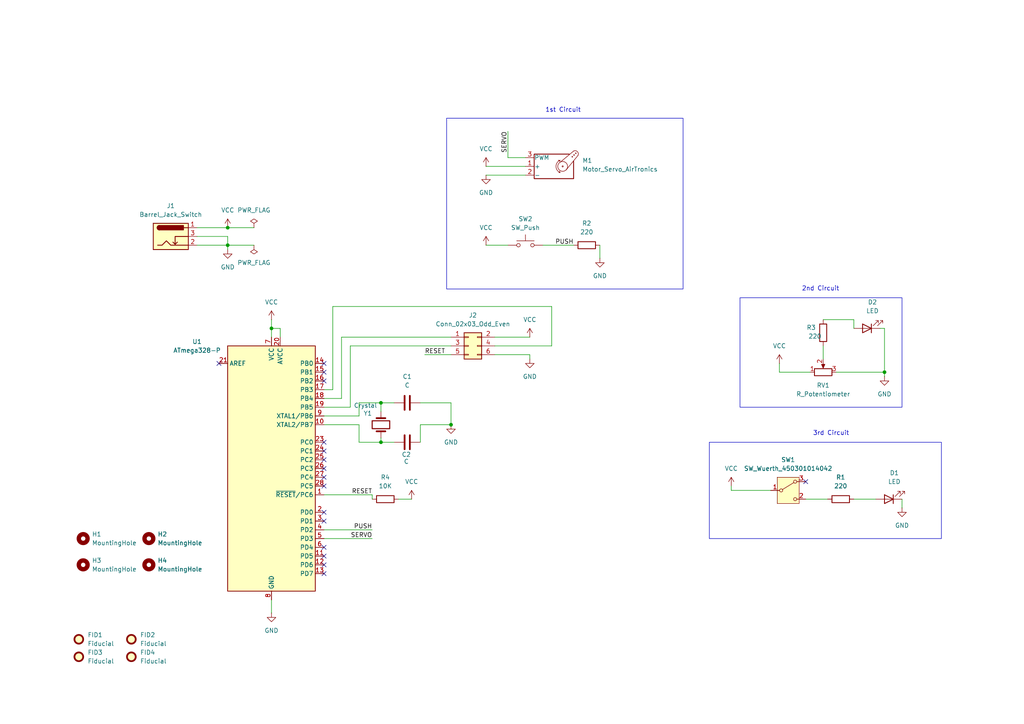
<source format=kicad_sch>
(kicad_sch (version 20231120) (generator "eeschema") (generator_version "8.0")
  (paper "A4")
  (lib_symbols
    (symbol "Connector:Barrel_Jack_Switch" (pin_names hide)
      (property "Reference" "J" (at 0 5.334 0))
      (property "Value" "Barrel_Jack_Switch" (at 0 -5.08 0))
      (symbol "Barrel_Jack_Switch_0_1"
        (rectangle (start -5.08 3.81) (end 5.08 -3.81) (stroke (width 0.254)) (fill (type background)))
        (arc (start -3.302 3.175) (mid -3.9343 2.54) (end -3.302 1.905) (stroke (width 0.254)))
        (arc (start -3.302 3.175) (mid -3.9343 2.54) (end -3.302 1.905) (stroke (width 0.254)) (fill (type outline)))
        (polyline (pts (xy 1.27 -2.286) (xy 1.905 -1.651)) (stroke (width 0.254)))
        (polyline (pts (xy 5.08 2.54) (xy 3.81 2.54)) (stroke (width 0.254)))
        (polyline (pts (xy 5.08 0) (xy 1.27 0) (xy 1.27 -2.286) (xy 0.635 -1.651)) (stroke (width 0.254)))
        (polyline (pts (xy -3.81 -2.54) (xy -2.54 -2.54) (xy -1.27 -1.27) (xy 0 -2.54) (xy 2.54 -2.54) (xy 5.08 -2.54)) (stroke (width 0.254)))
        (rectangle (start 3.683 3.175) (end -3.302 1.905) (stroke (width 0.254)) (fill (type outline)))
      )
      (symbol "Barrel_Jack_Switch_1_1"
        (pin passive line (at 7.62 2.54 180) (length 2.54) (name "~") (number "1"))
        (pin passive line (at 7.62 -2.54 180) (length 2.54) (name "~") (number "2"))
        (pin passive line (at 7.62 0 180) (length 2.54) (name "~") (number "3"))
      )
    )
    (symbol "Connector_Generic:Conn_02x03_Odd_Even" (pin_names (offset 1.016) hide)
      (property "Reference" "J" (at 1.27 5.08 0))
      (property "Value" "Conn_02x03_Odd_Even" (at 1.27 -5.08 0))
      (symbol "Conn_02x03_Odd_Even_1_1"
        (rectangle (start -1.27 -2.413) (end 0 -2.667) (stroke (width 0.1524)))
        (rectangle (start -1.27 0.127) (end 0 -0.127) (stroke (width 0.1524)))
        (rectangle (start -1.27 2.667) (end 0 2.413) (stroke (width 0.1524)))
        (rectangle (start -1.27 3.81) (end 3.81 -3.81) (stroke (width 0.254)) (fill (type background)))
        (rectangle (start 3.81 -2.413) (end 2.54 -2.667) (stroke (width 0.1524)))
        (rectangle (start 3.81 0.127) (end 2.54 -0.127) (stroke (width 0.1524)))
        (rectangle (start 3.81 2.667) (end 2.54 2.413) (stroke (width 0.1524)))
        (pin passive line (at -5.08 2.54 0) (length 3.81) (name "Pin_1") (number "1"))
        (pin passive line (at 7.62 2.54 180) (length 3.81) (name "Pin_2") (number "2"))
        (pin passive line (at -5.08 0 0) (length 3.81) (name "Pin_3") (number "3"))
        (pin passive line (at 7.62 0 180) (length 3.81) (name "Pin_4") (number "4"))
        (pin passive line (at -5.08 -2.54 0) (length 3.81) (name "Pin_5") (number "5"))
        (pin passive line (at 7.62 -2.54 180) (length 3.81) (name "Pin_6") (number "6"))
      )
    )
    (symbol "Device:C" (pin_numbers hide) (pin_names (offset 0.254))
      (property "Reference" "C" (at 0.635 2.54 0))
      (property "Value" "C" (at 0.635 -2.54 0))
      (symbol "C_0_1"
        (polyline (pts (xy -2.032 -0.762) (xy 2.032 -0.762)) (stroke (width 0.508)))
        (polyline (pts (xy -2.032 0.762) (xy 2.032 0.762)) (stroke (width 0.508)))
      )
      (symbol "C_1_1"
        (pin passive line (at 0 3.81 270) (length 2.794) (name "~") (number "1"))
        (pin passive line (at 0 -3.81 90) (length 2.794) (name "~") (number "2"))
      )
    )
    (symbol "Device:Crystal" (pin_numbers hide) (pin_names (offset 1.016) hide)
      (property "Reference" "Y" (at 0 3.81 0))
      (property "Value" "Crystal" (at 0 -3.81 0))
      (symbol "Crystal_0_1"
        (rectangle (start -1.143 2.54) (end 1.143 -2.54) (stroke (width 0.3048)))
        (polyline (pts (xy -2.54 0) (xy -1.905 0)))
        (polyline (pts (xy -1.905 -1.27) (xy -1.905 1.27)) (stroke (width 0.508)))
        (polyline (pts (xy 1.905 -1.27) (xy 1.905 1.27)) (stroke (width 0.508)))
        (polyline (pts (xy 2.54 0) (xy 1.905 0)))
      )
      (symbol "Crystal_1_1"
        (pin passive line (at -3.81 0 0) (length 1.27) (name "1") (number "1"))
        (pin passive line (at 3.81 0 180) (length 1.27) (name "2") (number "2"))
      )
    )
    (symbol "Device:LED" (pin_numbers hide) (pin_names (offset 1.016) hide)
      (property "Reference" "D" (at 0 2.54 0))
      (property "Value" "LED" (at 0 -2.54 0))
      (symbol "LED_0_1"
        (polyline (pts (xy -1.27 -1.27) (xy -1.27 1.27)) (stroke (width 0.254)))
        (polyline (pts (xy -1.27 0) (xy 1.27 0)))
        (polyline (pts (xy 1.27 -1.27) (xy 1.27 1.27) (xy -1.27 0) (xy 1.27 -1.27)) (stroke (width 0.254)))
        (polyline (pts (xy -3.048 -0.762) (xy -4.572 -2.286) (xy -3.81 -2.286) (xy -4.572 -2.286) (xy -4.572 -1.524)))
        (polyline (pts (xy -1.778 -0.762) (xy -3.302 -2.286) (xy -2.54 -2.286) (xy -3.302 -2.286) (xy -3.302 -1.524)))
      )
      (symbol "LED_1_1"
        (pin passive line (at -3.81 0 0) (length 2.54) (name "K") (number "1"))
        (pin passive line (at 3.81 0 180) (length 2.54) (name "A") (number "2"))
      )
    )
    (symbol "Device:R" (pin_numbers hide) (pin_names (offset 0))
      (property "Reference" "R" (at 2.032 0 90))
      (property "Value" "R" (at 0 0 90))
      (symbol "R_0_1"
        (rectangle (start -1.016 -2.54) (end 1.016 2.54) (stroke (width 0.254)))
      )
      (symbol "R_1_1"
        (pin passive line (at 0 3.81 270) (length 1.27) (name "~") (number "1"))
        (pin passive line (at 0 -3.81 90) (length 1.27) (name "~") (number "2"))
      )
    )
    (symbol "Device:R_Potentiometer" (pin_names (offset 1.016) hide)
      (property "Reference" "RV" (at -4.445 0 90))
      (property "Value" "R_Potentiometer" (at -2.54 0 90))
      (symbol "R_Potentiometer_0_1"
        (polyline (pts (xy 2.54 0) (xy 1.524 0)))
        (polyline (pts (xy 1.143 0) (xy 2.286 0.508) (xy 2.286 -0.508) (xy 1.143 0)) (fill (type outline)))
        (rectangle (start 1.016 2.54) (end -1.016 -2.54) (stroke (width 0.254)))
      )
      (symbol "R_Potentiometer_1_1"
        (pin passive line (at 0 3.81 270) (length 1.27) (name "1") (number "1"))
        (pin passive line (at 3.81 0 180) (length 1.27) (name "2") (number "2"))
        (pin passive line (at 0 -3.81 90) (length 1.27) (name "3") (number "3"))
      )
    )
    (symbol "MCU_Microchip_ATmega:ATmega328-P"
      (property "Reference" "U" (at -12.7 36.83 0))
      (property "Value" "ATmega328-P" (at 2.54 -36.83 0))
      (symbol "ATmega328-P_0_1"
        (rectangle (start -12.7 -35.56) (end 12.7 35.56) (stroke (width 0.254)) (fill (type background)))
      )
      (symbol "ATmega328-P_1_1"
        (pin bidirectional line (at 15.24 -7.62 180) (length 2.54) (name "~{RESET}/PC6") (number "1"))
        (pin bidirectional line (at 15.24 12.7 180) (length 2.54) (name "XTAL2/PB7") (number "10"))
        (pin bidirectional line (at 15.24 -25.4 180) (length 2.54) (name "PD5") (number "11"))
        (pin bidirectional line (at 15.24 -27.94 180) (length 2.54) (name "PD6") (number "12"))
        (pin bidirectional line (at 15.24 -30.48 180) (length 2.54) (name "PD7") (number "13"))
        (pin bidirectional line (at 15.24 30.48 180) (length 2.54) (name "PB0") (number "14"))
        (pin bidirectional line (at 15.24 27.94 180) (length 2.54) (name "PB1") (number "15"))
        (pin bidirectional line (at 15.24 25.4 180) (length 2.54) (name "PB2") (number "16"))
        (pin bidirectional line (at 15.24 22.86 180) (length 2.54) (name "PB3") (number "17"))
        (pin bidirectional line (at 15.24 20.32 180) (length 2.54) (name "PB4") (number "18"))
        (pin bidirectional line (at 15.24 17.78 180) (length 2.54) (name "PB5") (number "19"))
        (pin bidirectional line (at 15.24 -12.7 180) (length 2.54) (name "PD0") (number "2"))
        (pin power_in line (at 2.54 38.1 270) (length 2.54) (name "AVCC") (number "20"))
        (pin passive line (at -15.24 30.48 0) (length 2.54) (name "AREF") (number "21"))
        (pin passive line (at 0 -38.1 90) (length 2.54) hide (name "GND") (number "22"))
        (pin bidirectional line (at 15.24 7.62 180) (length 2.54) (name "PC0") (number "23"))
        (pin bidirectional line (at 15.24 5.08 180) (length 2.54) (name "PC1") (number "24"))
        (pin bidirectional line (at 15.24 2.54 180) (length 2.54) (name "PC2") (number "25"))
        (pin bidirectional line (at 15.24 0 180) (length 2.54) (name "PC3") (number "26"))
        (pin bidirectional line (at 15.24 -2.54 180) (length 2.54) (name "PC4") (number "27"))
        (pin bidirectional line (at 15.24 -5.08 180) (length 2.54) (name "PC5") (number "28"))
        (pin bidirectional line (at 15.24 -15.24 180) (length 2.54) (name "PD1") (number "3"))
        (pin bidirectional line (at 15.24 -17.78 180) (length 2.54) (name "PD2") (number "4"))
        (pin bidirectional line (at 15.24 -20.32 180) (length 2.54) (name "PD3") (number "5"))
        (pin bidirectional line (at 15.24 -22.86 180) (length 2.54) (name "PD4") (number "6"))
        (pin power_in line (at 0 38.1 270) (length 2.54) (name "VCC") (number "7"))
        (pin power_in line (at 0 -38.1 90) (length 2.54) (name "GND") (number "8"))
        (pin bidirectional line (at 15.24 15.24 180) (length 2.54) (name "XTAL1/PB6") (number "9"))
      )
    )
    (symbol "Mechanical:Fiducial" (exclude_from_sim yes) (in_bom no)
      (property "Reference" "FID" (at 0 5.08 0))
      (property "Value" "Fiducial" (at 0 3.175 0))
      (symbol "Fiducial_0_1"
        (circle (center 0 0) (radius 1.27) (stroke (width 0.508)) (fill (type background)))
      )
    )
    (symbol "Mechanical:MountingHole" (pin_names (offset 1.016)) (exclude_from_sim yes) (in_bom no)
      (property "Reference" "H" (at 0 5.08 0))
      (property "Value" "MountingHole" (at 0 3.175 0))
      (symbol "MountingHole_0_1"
        (circle (center 0 0) (radius 1.27) (stroke (width 1.27)))
      )
    )
    (symbol "Motor:Motor_Servo_AirTronics" (pin_names (offset 0.0254))
      (property "Reference" "M" (at -5.08 4.445 0))
      (property "Value" "Motor_Servo_AirTronics" (at -5.08 -4.064 0))
      (symbol "Motor_Servo_AirTronics_0_1"
        (polyline (pts (xy 2.413 -1.778) (xy 2.032 -1.778)))
        (polyline (pts (xy 2.413 -1.778) (xy 2.286 -1.397)))
        (polyline (pts (xy 2.413 1.778) (xy 1.905 1.778)))
        (polyline (pts (xy 2.413 1.778) (xy 2.286 1.397)))
        (polyline (pts (xy 6.35 4.445) (xy 2.54 1.27)))
        (polyline (pts (xy 7.62 3.175) (xy 4.191 -1.016)))
        (polyline (pts (xy 6.35 1.524) (xy 6.35 -3.556) (xy -5.08 -3.556) (xy -5.08 3.556) (xy 5.08 3.556)) (stroke (width 0.254)))
        (arc (start 2.413 1.778) (mid 1.2406 0) (end 2.413 -1.778))
        (circle (center 3.175 0) (radius 0.1778))
        (circle (center 3.175 0) (radius 1.4224))
        (circle (center 5.969 2.794) (radius 0.127))
        (circle (center 6.477 3.302) (radius 0.127))
        (circle (center 6.985 3.81) (radius 0.127))
        (arc (start 7.62 3.175) (mid 7.4485 4.2735) (end 6.35 4.445))
      )
      (symbol "Motor_Servo_AirTronics_1_1"
        (pin passive line (at -7.62 0 0) (length 2.54) (name "+") (number "1"))
        (pin passive line (at -7.62 -2.54 0) (length 2.54) (name "-") (number "2"))
        (pin passive line (at -7.62 2.54 0) (length 2.54) (name "PWM") (number "3"))
      )
    )
    (symbol "Switch:SW_Push" (pin_numbers hide) (pin_names (offset 1.016) hide)
      (property "Reference" "SW" (at 1.27 2.54 0))
      (property "Value" "SW_Push" (at 0 -1.524 0))
      (symbol "SW_Push_0_1"
        (circle (center -2.032 0) (radius 0.508))
        (polyline (pts (xy 0 1.27) (xy 0 3.048)))
        (polyline (pts (xy 2.54 1.27) (xy -2.54 1.27)))
        (circle (center 2.032 0) (radius 0.508))
        (pin passive line (at -5.08 0 0) (length 2.54) (name "1") (number "1"))
        (pin passive line (at 5.08 0 180) (length 2.54) (name "2") (number "2"))
      )
    )
    (symbol "Switch:SW_Wuerth_450301014042" (pin_names (offset 1) hide)
      (property "Reference" "SW" (at 0 5.08 0))
      (property "Value" "SW_Wuerth_450301014042" (at 0 -5.08 0))
      (symbol "SW_Wuerth_450301014042_0_1"
        (circle (center -2.032 0) (radius 0.4572))
        (polyline (pts (xy -1.651 0.254) (xy 1.651 2.286)))
        (circle (center 2.032 -2.54) (radius 0.4572))
        (circle (center 2.032 2.54) (radius 0.4572))
      )
      (symbol "SW_Wuerth_450301014042_1_1"
        (rectangle (start -3.175 3.81) (end 3.175 -3.81) (fill (type background)))
        (pin passive line (at -5.08 0 0) (length 2.54) (name "B") (number "1"))
        (pin passive line (at 5.08 -2.54 180) (length 2.54) (name "C") (number "2"))
        (pin passive line (at 5.08 2.54 180) (length 2.54) (name "A") (number "3"))
      )
    )
    (symbol "power:GND" (power) (pin_numbers hide) (pin_names (offset 0) hide)
      (property "Value" "GND" (at 0 -3.81 0))
      (symbol "GND_0_1"
        (polyline (pts (xy 0 0) (xy 0 -1.27) (xy 1.27 -1.27) (xy 0 -2.54) (xy -1.27 -1.27) (xy 0 -1.27)))
      )
      (symbol "GND_1_1"
        (pin power_in line (at 0 0 270) (length 0) (name "~") (number "1"))
      )
    )
    (symbol "power:PWR_FLAG" (power) (pin_numbers hide) (pin_names (offset 0) hide)
      (property "Value" "PWR_FLAG" (at 0 3.81 0))
      (symbol "PWR_FLAG_0_0"
        (pin power_out line (at 0 0 90) (length 0) (name "~") (number "1"))
      )
      (symbol "PWR_FLAG_0_1"
        (polyline (pts (xy 0 0) (xy 0 1.27) (xy -1.016 1.905) (xy 0 2.54) (xy 1.016 1.905) (xy 0 1.27)))
      )
    )
    (symbol "power:VCC" (power) (pin_numbers hide) (pin_names (offset 0) hide)
      (property "Value" "VCC" (at 0 3.556 0))
      (symbol "VCC_0_1"
        (polyline (pts (xy -0.762 1.27) (xy 0 2.54)))
        (polyline (pts (xy 0 0) (xy 0 2.54)))
        (polyline (pts (xy 0 2.54) (xy 0.762 1.27)))
      )
      (symbol "VCC_1_1"
        (pin power_in line (at 0 0 90) (length 0) (name "~") (number "1"))
      )
    )
  )
  (junction (at 256.54 107.95))
  (junction (at 78.74 95.25))
  (junction (at 110.49 116.84))
  (junction (at 66.04 66.04))
  (junction (at 130.81 123.19))
  (junction (at 66.04 71.12))
  (junction (at 110.49 128.27))
  (no_connect (at 93.98 151.13))
  (no_connect (at 93.98 140.97))
  (no_connect (at 93.98 135.89))
  (no_connect (at 93.98 158.75))
  (no_connect (at 233.68 139.7))
  (no_connect (at 93.98 133.35))
  (no_connect (at 93.98 107.95))
  (no_connect (at 93.98 130.81))
  (no_connect (at 63.5 105.41))
  (no_connect (at 93.98 138.43))
  (no_connect (at 93.98 163.83))
  (no_connect (at 93.98 161.29))
  (no_connect (at 93.98 166.37))
  (no_connect (at 93.98 110.49))
  (no_connect (at 93.98 105.41))
  (no_connect (at 93.98 148.59))
  (no_connect (at 93.98 128.27))
  (wire (pts (xy 212.09 140.97) (xy 212.09 142.24)))
  (wire (pts (xy 242.57 107.95) (xy 256.54 107.95)))
  (wire (pts (xy 93.98 143.51) (xy 107.95 143.51)))
  (wire (pts (xy 66.04 71.12) (xy 73.66 71.12)))
  (wire (pts (xy 140.97 71.12) (xy 147.32 71.12)))
  (wire (pts (xy 110.49 128.27) (xy 114.3 128.27)))
  (wire (pts (xy 130.81 116.84) (xy 130.81 123.19)))
  (wire (pts (xy 256.54 107.95) (xy 256.54 109.22)))
  (wire (pts (xy 57.15 66.04) (xy 66.04 66.04)))
  (wire (pts (xy 226.06 105.41) (xy 226.06 107.95)))
  (wire (pts (xy 81.28 97.79) (xy 81.28 95.25)))
  (wire (pts (xy 147.32 38.1) (xy 147.32 45.72)))
  (wire (pts (xy 93.98 113.03) (xy 96.52 113.03)))
  (wire (pts (xy 140.97 48.26) (xy 152.4 48.26)))
  (wire (pts (xy 233.68 144.78) (xy 240.03 144.78)))
  (wire (pts (xy 93.98 123.19) (xy 104.14 123.19)))
  (wire (pts (xy 96.52 88.9) (xy 160.02 88.9)))
  (wire (pts (xy 93.98 156.21) (xy 107.95 156.21)))
  (wire (pts (xy 110.49 127) (xy 110.49 128.27)))
  (wire (pts (xy 96.52 113.03) (xy 96.52 88.9)))
  (wire (pts (xy 247.65 92.71) (xy 247.65 95.25)))
  (wire (pts (xy 238.76 92.71) (xy 247.65 92.71)))
  (wire (pts (xy 152.4 45.72) (xy 147.32 45.72)))
  (wire (pts (xy 261.62 144.78) (xy 261.62 147.32)))
  (wire (pts (xy 173.99 71.12) (xy 173.99 74.93)))
  (wire (pts (xy 104.14 123.19) (xy 104.14 128.27)))
  (wire (pts (xy 101.6 118.11) (xy 101.6 100.33)))
  (wire (pts (xy 66.04 68.58) (xy 66.04 71.12)))
  (wire (pts (xy 78.74 92.71) (xy 78.74 95.25)))
  (wire (pts (xy 247.65 144.78) (xy 254 144.78)))
  (wire (pts (xy 212.09 142.24) (xy 223.52 142.24)))
  (wire (pts (xy 143.51 102.87) (xy 153.67 102.87)))
  (wire (pts (xy 143.51 97.79) (xy 153.67 97.79)))
  (wire (pts (xy 57.15 68.58) (xy 66.04 68.58)))
  (wire (pts (xy 99.06 115.57) (xy 99.06 97.79)))
  (wire (pts (xy 93.98 115.57) (xy 99.06 115.57)))
  (wire (pts (xy 255.27 95.25) (xy 256.54 95.25)))
  (wire (pts (xy 121.92 123.19) (xy 130.81 123.19)))
  (wire (pts (xy 78.74 173.99) (xy 78.74 177.8)))
  (wire (pts (xy 93.98 120.65) (xy 104.14 120.65)))
  (wire (pts (xy 110.49 116.84) (xy 114.3 116.84)))
  (wire (pts (xy 104.14 116.84) (xy 110.49 116.84)))
  (wire (pts (xy 104.14 120.65) (xy 104.14 116.84)))
  (wire (pts (xy 152.4 50.8) (xy 140.97 50.8)))
  (wire (pts (xy 66.04 71.12) (xy 66.04 72.39)))
  (wire (pts (xy 121.92 128.27) (xy 121.92 123.19)))
  (wire (pts (xy 153.67 102.87) (xy 153.67 104.14)))
  (wire (pts (xy 99.06 97.79) (xy 130.81 97.79)))
  (wire (pts (xy 93.98 153.67) (xy 107.95 153.67)))
  (wire (pts (xy 110.49 119.38) (xy 110.49 116.84)))
  (wire (pts (xy 238.76 100.33) (xy 238.76 104.14)))
  (wire (pts (xy 81.28 95.25) (xy 78.74 95.25)))
  (wire (pts (xy 107.95 143.51) (xy 107.95 144.78)))
  (wire (pts (xy 157.48 71.12) (xy 166.37 71.12)))
  (wire (pts (xy 256.54 95.25) (xy 256.54 107.95)))
  (wire (pts (xy 115.57 144.78) (xy 119.38 144.78)))
  (wire (pts (xy 121.92 116.84) (xy 130.81 116.84)))
  (wire (pts (xy 160.02 88.9) (xy 160.02 100.33)))
  (wire (pts (xy 160.02 100.33) (xy 143.51 100.33)))
  (wire (pts (xy 104.14 128.27) (xy 110.49 128.27)))
  (wire (pts (xy 78.74 95.25) (xy 78.74 97.79)))
  (wire (pts (xy 226.06 107.95) (xy 234.95 107.95)))
  (wire (pts (xy 101.6 100.33) (xy 130.81 100.33)))
  (wire (pts (xy 66.04 66.04) (xy 73.66 66.04)))
  (wire (pts (xy 57.15 71.12) (xy 66.04 71.12)))
  (wire (pts (xy 123.19 102.87) (xy 130.81 102.87)))
  (wire (pts (xy 93.98 118.11) (xy 101.6 118.11)))
  (rectangle (start 214.63 86.36) (end 261.62 118.11))
  (rectangle (start 205.74 128.27) (end 273.05 156.21))
  (rectangle (start 129.54 34.29) (end 198.12 83.82))
  (text "2nd Circuit" (at 237.998 83.82 0) (effects (font (size 1.27 1.27))))
  (text "1st Circuit" (at 163.322 32.004 0) (effects (font (size 1.27 1.27))))
  (text "3rd Circuit" (at 241.046 125.73 0) (effects (font (size 1.27 1.27))))
  (label "RESET" (at 107.95 143.51 180))
  (label "PUSH" (at 107.95 153.67 180))
  (label "SERVO" (at 147.32 38.1 270))
  (label "RESET" (at 123.19 102.87 0))
  (label "SERVO" (at 107.95 156.21 180))
  (label "PUSH" (at 166.37 71.12 180))
  (symbol (lib_id "Mechanical:Fiducial") (at 22.86 185.42 0) (unit 1) (exclude_from_sim yes) (in_bom no)
    (property "Reference" "FID1" (at 25.4 184.1499 0) (effects (justify left)))
    (property "Value" "Fiducial" (at 25.4 186.6899 0) (effects (justify left)))
    (property "Footprint" "Fiducial:Fiducial_1mm_Mask2mm" (effects (hide yes)))
    (property "Description" "Fiducial Marker" (effects (hide yes)))
  )
  (symbol (lib_id "power:GND") (at 78.74 177.8 0) (unit 1)
    (property "Reference" "#PWR08" (effects (hide yes)))
    (property "Value" "GND" (at 78.74 182.88 0))
    (property "Description" "Power symbol creates a global label with name \"GND\" , ground" (effects (hide yes)))
  )
  (symbol (lib_id "Connector_Generic:Conn_02x03_Odd_Even") (at 135.89 100.33 0) (unit 1)
    (property "Reference" "J2" (at 137.16 91.44 0))
    (property "Value" "Conn_02x03_Odd_Even" (at 137.16 93.98 0))
    (property "Footprint" "Connector_PinHeader_2.54mm:PinHeader_2x03_P2.54mm_Vertical" (effects (hide yes)))
    (property "Description" "Generic connector, double row, 02x03, odd/even pin numbering scheme (row 1 odd numbers, row 2 even numbers), script generated (kicad-library-utils/schlib/autogen/connector/)" (effects (hide yes)))
  )
  (symbol (lib_id "Device:C") (at 118.11 116.84 90) (unit 1)
    (property "Reference" "C1" (at 118.11 109.22 90))
    (property "Value" "C" (at 118.11 111.76 90))
    (property "Footprint" "Capacitor_SMD:C_0805_2012Metric" (effects (hide yes)))
    (property "Description" "Unpolarized capacitor" (effects (hide yes)))
  )
  (symbol (lib_id "power:VCC") (at 66.04 66.04 0) (unit 1)
    (property "Reference" "#PWR01" (effects (hide yes)))
    (property "Value" "VCC" (at 66.04 60.96 0))
    (property "Description" "Power symbol creates a global label with name \"VCC\"" (effects (hide yes)))
  )
  (symbol (lib_id "power:GND") (at 153.67 104.14 0) (unit 1)
    (property "Reference" "#PWR016" (effects (hide yes)))
    (property "Value" "GND" (at 153.67 109.22 0))
    (property "Description" "Power symbol creates a global label with name \"GND\" , ground" (effects (hide yes)))
  )
  (symbol (lib_id "Device:Crystal") (at 110.49 123.19 90) (unit 1)
    (property "Reference" "Y1" (at 105.41 119.888 90) (effects (justify right)))
    (property "Value" "Crystal" (at 102.616 117.602 90) (effects (justify right)))
    (property "Footprint" "Crystal:Crystal_HC49-4H_Vertical" (effects (hide yes)))
    (property "Description" "Two pin crystal" (effects (hide yes)))
  )
  (symbol (lib_id "Mechanical:MountingHole") (at 43.18 163.83 0) (unit 1) (exclude_from_sim yes) (in_bom no)
    (property "Reference" "H4" (at 45.72 162.5599 0) (effects (justify left)))
    (property "Value" "MountingHole" (at 45.72 165.0999 0) (effects (justify left)))
    (property "Footprint" "MountingHole:MountingHole_3.2mm_M3" (effects (hide yes)))
    (property "Description" "Mounting Hole without connection" (effects (hide yes)))
  )
  (symbol (lib_id "power:GND") (at 256.54 109.22 0) (unit 1)
    (property "Reference" "#PWR06" (effects (hide yes)))
    (property "Value" "GND" (at 256.54 114.3 0))
    (property "Description" "Power symbol creates a global label with name \"GND\" , ground" (effects (hide yes)))
  )
  (symbol (lib_id "power:GND") (at 66.04 72.39 0) (unit 1)
    (property "Reference" "#PWR02" (effects (hide yes)))
    (property "Value" "GND" (at 66.04 77.47 0))
    (property "Description" "Power symbol creates a global label with name \"GND\" , ground" (effects (hide yes)))
  )
  (symbol (lib_id "power:VCC") (at 140.97 48.26 0) (unit 1)
    (property "Reference" "#PWR011" (effects (hide yes)))
    (property "Value" "VCC" (at 140.97 43.18 0))
    (property "Description" "Power symbol creates a global label with name \"VCC\"" (effects (hide yes)))
  )
  (symbol (lib_id "power:VCC") (at 153.67 97.79 0) (unit 1)
    (property "Reference" "#PWR015" (effects (hide yes)))
    (property "Value" "VCC" (at 153.67 92.71 0))
    (property "Description" "Power symbol creates a global label with name \"VCC\"" (effects (hide yes)))
  )
  (symbol (lib_id "power:GND") (at 140.97 50.8 0) (unit 1)
    (property "Reference" "#PWR012" (effects (hide yes)))
    (property "Value" "GND" (at 140.97 55.88 0))
    (property "Description" "Power symbol creates a global label with name \"GND\" , ground" (effects (hide yes)))
  )
  (symbol (lib_id "Mechanical:MountingHole") (at 24.13 156.21 0) (unit 1) (exclude_from_sim yes) (in_bom no)
    (property "Reference" "H1" (at 26.67 154.9399 0) (effects (justify left)))
    (property "Value" "MountingHole" (at 26.67 157.4799 0) (effects (justify left)))
    (property "Footprint" "MountingHole:MountingHole_3.2mm_M3" (effects (hide yes)))
    (property "Description" "Mounting Hole without connection" (effects (hide yes)))
  )
  (symbol (lib_id "Connector:Barrel_Jack_Switch") (at 49.53 68.58 0) (unit 1)
    (property "Reference" "J1" (at 49.53 59.69 0))
    (property "Value" "Barrel_Jack_Switch" (at 49.53 62.23 0))
    (property "Footprint" "Connector_BarrelJack:BarrelJack_Horizontal" (effects (hide yes)))
    (property "Description" "DC Barrel Jack with an internal switch" (effects (hide yes)))
  )
  (symbol (lib_id "Mechanical:Fiducial") (at 38.1 185.42 0) (unit 1) (exclude_from_sim yes) (in_bom no)
    (property "Reference" "FID2" (at 40.64 184.1499 0) (effects (justify left)))
    (property "Value" "Fiducial" (at 40.64 186.6899 0) (effects (justify left)))
    (property "Footprint" "Fiducial:Fiducial_1mm_Mask2mm" (effects (hide yes)))
    (property "Description" "Fiducial Marker" (effects (hide yes)))
  )
  (symbol (lib_id "Device:R") (at 170.18 71.12 90) (unit 1)
    (property "Reference" "R2" (at 170.18 64.77 90))
    (property "Value" "220" (at 170.18 67.31 90))
    (property "Footprint" "Resistor_THT:R_Axial_DIN0207_L6.3mm_D2.5mm_P10.16mm_Horizontal" (effects (hide yes)))
    (property "Description" "Resistor" (effects (hide yes)))
  )
  (symbol (lib_id "power:VCC") (at 212.09 140.97 0) (unit 1)
    (property "Reference" "#PWR05" (effects (hide yes)))
    (property "Value" "VCC" (at 212.09 135.89 0))
    (property "Description" "Power symbol creates a global label with name \"VCC\"" (effects (hide yes)))
  )
  (symbol (lib_id "Device:C") (at 118.11 128.27 90) (unit 1)
    (property "Reference" "C2" (at 117.856 131.826 90))
    (property "Value" "C" (at 117.856 133.858 90))
    (property "Footprint" "Capacitor_SMD:C_0805_2012Metric" (effects (hide yes)))
    (property "Description" "Unpolarized capacitor" (effects (hide yes)))
  )
  (symbol (lib_id "power:VCC") (at 78.74 92.71 0) (unit 1)
    (property "Reference" "#PWR07" (effects (hide yes)))
    (property "Value" "VCC" (at 78.74 87.63 0))
    (property "Description" "Power symbol creates a global label with name \"VCC\"" (effects (hide yes)))
  )
  (symbol (lib_id "Device:LED") (at 251.46 95.25 180) (unit 1)
    (property "Reference" "D2" (at 253.0475 87.63 0))
    (property "Value" "LED" (at 253.0475 90.17 0))
    (property "Footprint" "LED_SMD:LED_0402_1005Metric" (effects (hide yes)))
    (property "Description" "Light emitting diode" (effects (hide yes)))
  )
  (symbol (lib_id "Mechanical:Fiducial") (at 38.1 190.5 0) (unit 1) (exclude_from_sim yes) (in_bom no)
    (property "Reference" "FID4" (at 40.64 189.2299 0) (effects (justify left)))
    (property "Value" "Fiducial" (at 40.64 191.7699 0) (effects (justify left)))
    (property "Footprint" "Fiducial:Fiducial_1mm_Mask2mm" (effects (hide yes)))
    (property "Description" "Fiducial Marker" (effects (hide yes)))
  )
  (symbol (lib_id "Device:LED") (at 257.81 144.78 180) (unit 1)
    (property "Reference" "D1" (at 259.3975 137.16 0))
    (property "Value" "LED" (at 259.3975 139.7 0))
    (property "Footprint" "LED_SMD:LED_0402_1005Metric" (effects (hide yes)))
    (property "Description" "Light emitting diode" (effects (hide yes)))
  )
  (symbol (lib_id "Mechanical:MountingHole") (at 43.18 156.21 0) (unit 1) (exclude_from_sim yes) (in_bom no)
    (property "Reference" "H2" (at 45.72 154.9399 0) (effects (justify left)))
    (property "Value" "MountingHole" (at 45.72 157.4799 0) (effects (justify left)))
    (property "Footprint" "MountingHole:MountingHole_3.2mm_M3" (effects (hide yes)))
    (property "Description" "Mounting Hole without connection" (effects (hide yes)))
  )
  (symbol (lib_id "power:PWR_FLAG") (at 73.66 71.12 180) (unit 1)
    (property "Reference" "#FLG02" (effects (hide yes)))
    (property "Value" "PWR_FLAG" (at 73.66 76.2 0))
    (property "Description" "Special symbol for telling ERC where power comes from" (effects (hide yes)))
  )
  (symbol (lib_id "Device:R") (at 243.84 144.78 90) (unit 1)
    (property "Reference" "R1" (at 243.84 138.43 90))
    (property "Value" "220" (at 243.84 140.97 90))
    (property "Footprint" "Resistor_THT:R_Axial_DIN0207_L6.3mm_D2.5mm_P10.16mm_Horizontal" (effects (hide yes)))
    (property "Description" "Resistor" (effects (hide yes)))
  )
  (symbol (lib_id "power:VCC") (at 119.38 144.78 0) (unit 1)
    (property "Reference" "#PWR014" (effects (hide yes)))
    (property "Value" "VCC" (at 119.38 139.7 0))
    (property "Description" "Power symbol creates a global label with name \"VCC\"" (effects (hide yes)))
  )
  (symbol (lib_id "Device:R") (at 111.76 144.78 90) (unit 1)
    (property "Reference" "R4" (at 111.76 138.43 90))
    (property "Value" "10K" (at 111.76 140.97 90))
    (property "Footprint" "Resistor_THT:R_Axial_DIN0207_L6.3mm_D2.5mm_P10.16mm_Horizontal" (effects (hide yes)))
    (property "Description" "Resistor" (effects (hide yes)))
  )
  (symbol (lib_id "Mechanical:MountingHole") (at 24.13 163.83 0) (unit 1) (exclude_from_sim yes) (in_bom no)
    (property "Reference" "H3" (at 26.67 162.5599 0) (effects (justify left)))
    (property "Value" "MountingHole" (at 26.67 165.0999 0) (effects (justify left)))
    (property "Footprint" "MountingHole:MountingHole_3.2mm_M3" (effects (hide yes)))
    (property "Description" "Mounting Hole without connection" (effects (hide yes)))
  )
  (symbol (lib_id "power:GND") (at 261.62 147.32 0) (unit 1)
    (property "Reference" "#PWR03" (effects (hide yes)))
    (property "Value" "GND" (at 261.62 152.4 0))
    (property "Description" "Power symbol creates a global label with name \"GND\" , ground" (effects (hide yes)))
  )
  (symbol (lib_id "Device:R") (at 238.76 96.52 180) (unit 1)
    (property "Reference" "R3" (at 233.934 94.996 0) (effects (justify right)))
    (property "Value" "220" (at 234.442 97.536 0) (effects (justify right)))
    (property "Footprint" "Resistor_THT:R_Axial_DIN0207_L6.3mm_D2.5mm_P10.16mm_Horizontal" (effects (hide yes)))
    (property "Description" "Resistor" (effects (hide yes)))
  )
  (symbol (lib_id "power:GND") (at 130.81 123.19 0) (unit 1)
    (property "Reference" "#PWR013" (effects (hide yes)))
    (property "Value" "GND" (at 130.81 128.27 0))
    (property "Description" "Power symbol creates a global label with name \"GND\" , ground" (effects (hide yes)))
  )
  (symbol (lib_id "Switch:SW_Push") (at 152.4 71.12 0) (unit 1)
    (property "Reference" "SW2" (at 152.4 63.5 0))
    (property "Value" "SW_Push" (at 152.4 66.04 0))
    (property "Footprint" "Button_Switch_SMD:SW_Push_1P1T_XKB_TS-1187A" (effects (hide yes)))
    (property "Description" "Push button switch, generic, two pins" (effects (hide yes)))
  )
  (symbol (lib_id "Switch:SW_Wuerth_450301014042") (at 228.6 142.24 0) (unit 1)
    (property "Reference" "SW1" (at 228.6 133.35 0))
    (property "Value" "SW_Wuerth_450301014042" (at 228.6 135.89 0))
    (property "Footprint" "Button_Switch_THT:SW_Slide-03_Wuerth-WS-SLTV_10x2.5x6.4_P2.54mm" (effects (hide yes)))
    (property "Datasheet" "https://www.we-online.com/components/products/datasheet/450301014042.pdf" (effects (hide yes)))
    (property "Description" "Switch slide, single pole double throw" (effects (hide yes)))
  )
  (symbol (lib_id "power:VCC") (at 140.97 71.12 0) (unit 1)
    (property "Reference" "#PWR09" (effects (hide yes)))
    (property "Value" "VCC" (at 140.97 66.04 0))
    (property "Description" "Power symbol creates a global label with name \"VCC\"" (effects (hide yes)))
  )
  (symbol (lib_id "MCU_Microchip_ATmega:ATmega328-P") (at 78.74 135.89 0) (unit 1)
    (property "Reference" "U1" (at 57.15 99.0914 0))
    (property "Value" "ATmega328-P" (at 57.15 101.6314 0))
    (property "Footprint" "Package_DIP:DIP-28_W7.62mm" (effects (hide yes)))
    (property "Datasheet" "http://ww1.microchip.com/downloads/en/DeviceDoc/ATmega328_P%20AVR%20MCU%20with%20picoPower%20Technology%20Data%20Sheet%2040001984A.pdf" (effects (hide yes)))
    (property "Description" "20MHz, 32kB Flash, 2kB SRAM, 1kB EEPROM, DIP-28" (effects (hide yes)))
  )
  (symbol (lib_id "power:PWR_FLAG") (at 73.66 66.04 0) (unit 1)
    (property "Reference" "#FLG01" (effects (hide yes)))
    (property "Value" "PWR_FLAG" (at 73.66 60.96 0))
    (property "Description" "Special symbol for telling ERC where power comes from" (effects (hide yes)))
  )
  (symbol (lib_id "Device:R_Potentiometer") (at 238.76 107.95 90) (unit 1)
    (property "Reference" "RV1" (at 238.76 111.76 90))
    (property "Value" "R_Potentiometer" (at 238.76 114.3 90))
    (property "Footprint" "Potentiometer_SMD:Potentiometer_Bourns_3314G_Vertical" (effects (hide yes)))
    (property "Description" "Potentiometer" (effects (hide yes)))
  )
  (symbol (lib_id "power:VCC") (at 226.06 105.41 0) (unit 1)
    (property "Reference" "#PWR04" (effects (hide yes)))
    (property "Value" "VCC" (at 226.06 100.33 0))
    (property "Description" "Power symbol creates a global label with name \"VCC\"" (effects (hide yes)))
  )
  (symbol (lib_id "power:GND") (at 173.99 74.93 0) (unit 1)
    (property "Reference" "#PWR010" (effects (hide yes)))
    (property "Value" "GND" (at 173.99 80.01 0))
    (property "Description" "Power symbol creates a global label with name \"GND\" , ground" (effects (hide yes)))
  )
  (symbol (lib_id "Motor:Motor_Servo_AirTronics") (at 160.02 48.26 0) (unit 1)
    (property "Reference" "M1" (at 168.91 46.5565 0) (effects (justify left)))
    (property "Value" "Motor_Servo_AirTronics" (at 168.91 49.0965 0) (effects (justify left)))
    (property "Footprint" "Connector_PinHeader_2.54mm:PinHeader_1x03_P2.54mm_Horizontal" (effects (hide yes)))
    (property "Datasheet" "http://forums.parallax.com/uploads/attachments/46831/74481.png" (effects (hide yes)))
    (property "Description" "Servo Motor (AirTronics connector)" (effects (hide yes)))
  )
  (symbol (lib_id "Mechanical:Fiducial") (at 22.86 190.5 0) (unit 1) (exclude_from_sim yes) (in_bom no)
    (property "Reference" "FID3" (at 25.4 189.2299 0) (effects (justify left)))
    (property "Value" "Fiducial" (at 25.4 191.7699 0) (effects (justify left)))
    (property "Footprint" "Fiducial:Fiducial_1mm_Mask2mm" (effects (hide yes)))
    (property "Description" "Fiducial Marker" (effects (hide yes)))
  )
)
</source>
